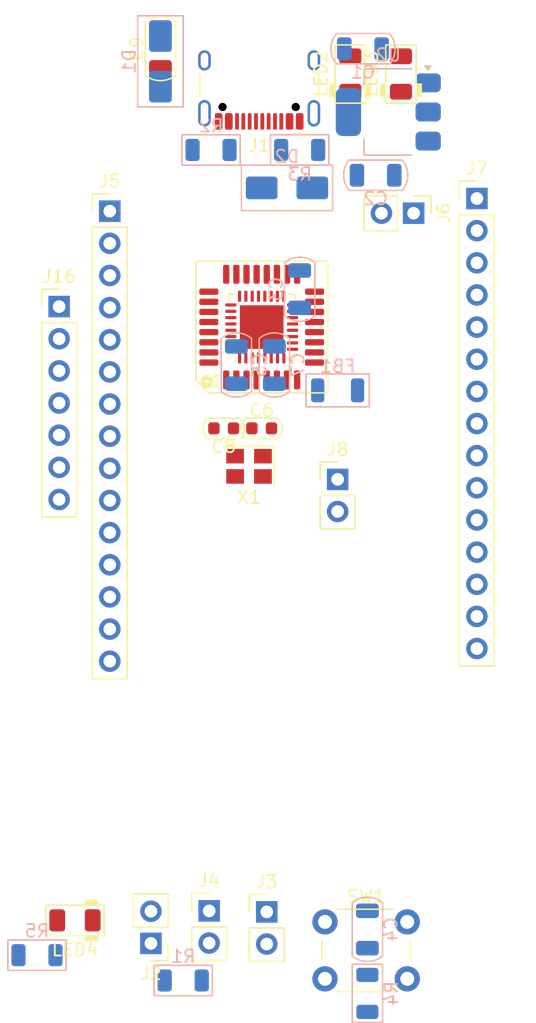
<source format=kicad_pcb>
(kicad_pcb (version 20241229) (generator "pcbnew") (generator_version "9.0")
  (layers (0 "F.Cu" signal) (2 "B.Cu" signal) (13 "F.Paste" user) (15 "B.Paste" user) (5 "F.SilkS" user "F.Silkscreen") (7 "B.SilkS" user "B.Silkscreen") (1 "F.Mask" user) (3 "B.Mask" user) (25 "Edge.Cuts" user))
  (net 0 "")
  (net 1 "VBUS")
  (net 2 "GND")
  (net 3 "Net-(J6-Pin_2)")
  (net 4 "+3.3V")
  (net 5 "/NRST")
  (net 6 "/PC14")
  (net 7 "VDDA")
  (net 8 "/PC15")
  (net 9 "Net-(J8-Pin_1)")
  (net 11 "Net-(J1-CC1)")
  (net 13 "Net-(J1-CC2)")
  (net 14 "/BOOT0")
  (net 15 "Net-(J2-Pin_2)")
  (net 16 "/VSS2")
  (net 17 "Net-(J4-Pin_1)")
  (net 18 "/PB1")
  (net 19 "/PB7")
  (net 20 "/PA9")
  (net 21 "/PB6")
  (net 22 "/PA8")
  (net 23 "/PB4")
  (net 24 "/PB0")
  (net 25 "/PB5")
  (net 26 "/PA10")
  (net 27 "/PA7")
  (net 28 "/PA1")
  (net 29 "/PIN3_3V")
  (net 30 "/PA3")
  (net 31 "/PA2")
  (net 32 "/PA0")
  (net 33 "/PA4")
  (net 34 "/PINVDDA")
  (net 35 "/PA6")
  (net 36 "/PA5")
  (net 37 "/PB3")
  (net 38 "/SWCLK")
  (net 39 "/SWDIO")
  (net 40 "Net-(LED4-A)")
  (net 41 "/USB_DM")
  (net 42 "/USB_DP")
  (net 43 "/JTDI")
  (net 44 "/JTDO")
  (footprint "PCM_Capacitor_SMD_AKL:C_0603_1608Metric" (layer "F.Cu") (at 100 108)
    (property "Reference" "C6" (at 0 -1.43 0) (layer "F.SilkS"))
    (property "Value" "22pF" (hide yes))
    (fp_line (start -1.3 0.800002) (end 1.3 0.8) (stroke (width 0.12)) (layer "F.SilkS"))
    (fp_line (start 1.3 -0.800002) (end -1.3 -0.8) (stroke (width 0.12)) (layer "F.SilkS"))
    (fp_arc (start -1.3 0.800002) (mid -1.619939 0.000001) (end -1.3 -0.8) (stroke (width 0.12)) (layer "F.SilkS"))
    (fp_arc (start 1.3 -0.800002) (mid 1.619939 -0.000001) (end 1.3 0.8) (stroke (width 0.12)) (layer "F.SilkS"))
    (pad "1" smd roundrect (at -0.775 0) (size 0.9 0.95) (layers "F.Cu" "F.Mask" "F.Paste") (net 8 "/PC15"))
    (pad "2" smd roundrect (at 0.775 0) (size 0.9 0.95) (layers "F.Cu" "F.Mask" "F.Paste") (net 2 "GND"))
  )
  (footprint "Connector_USB:USB_C_Receptacle_HCTL_HC-TYPE-C-16P-01A" (layer "F.Cu") (at 99.8 80 180)
    (property "Reference" "J1" (at 0 -5.645 0) (layer "F.SilkS"))
    (property "Value" "USB_C_Receptacle_USB2.0_16P")
    (fp_line (start 4.7 -1.78) (end 4.7 0) (stroke (width 0.12)) (layer "F.SilkS"))
    (fp_line (start -2.8 -4.7) (end -3.6 -4.7) (stroke (width 0.12)) (layer "F.SilkS"))
    (fp_line (start -4.7 -1.78) (end -4.7 0) (stroke (width 0.12)) (layer "F.SilkS"))
    (pad "" np_thru_hole circle (at -2.89 -2.605 180) (size 0.65 0.65) (drill 0.65) (layers "*.Mask"))
    (pad "" np_thru_hole circle (at 2.89 -2.605 180) (size 0.65 0.65) (drill 0.65) (layers "*.Mask"))
    (pad "A1" smd roundrect (at -3.2 -3.745 180) (size 0.6 1.3) (layers "F.Cu" "F.Mask" "F.Paste") (net 2 "GND"))
    (pad "A4" smd roundrect (at -2.4 -3.745 180) (size 0.6 1.3) (layers "F.Cu" "F.Mask" "F.Paste") (net 1 "VBUS"))
    (pad "A5" smd roundrect (at -1.25 -3.745 180) (size 0.3 1.3) (layers "F.Cu" "F.Mask" "F.Paste") (net 11 "Net-(J1-CC1)"))
    (pad "A6" smd roundrect (at -0.25 -3.745 180) (size 0.3 1.3) (layers "F.Cu" "F.Mask" "F.Paste") (net 42 "/USB_DP"))
    (pad "A7" smd roundrect (at 0.25 -3.745 180) (size 0.3 1.3) (layers "F.Cu" "F.Mask" "F.Paste") (net 41 "/USB_DM"))
    (pad "A8" smd roundrect (at 1.25 -3.745 180) (size 0.3 1.3) (layers "F.Cu" "F.Mask" "F.Paste"))
    (pad "A9" smd roundrect (at 2.4 -3.745 180) (size 0.6 1.3) (layers "F.Cu" "F.Mask" "F.Paste") (net 1 "VBUS"))
    (pad "A12" smd roundrect (at 3.2 -3.745 180) (size 0.6 1.3) (layers "F.Cu" "F.Mask" "F.Paste") (net 2 "GND"))
    (pad "B1" smd roundrect (at 3.2 -3.745 180) (size 0.6 1.3) (layers "F.Cu" "F.Mask" "F.Paste") (net 2 "GND"))
    (pad "B4" smd roundrect (at 2.4 -3.745 180) (size 0.6 1.3) (layers "F.Cu" "F.Mask" "F.Paste") (net 1 "VBUS"))
    (pad "B5" smd roundrect (at 1.75 -3.745 180) (size 0.3 1.3) (layers "F.Cu" "F.Mask" "F.Paste") (net 13 "Net-(J1-CC2)"))
    (pad "B6" smd roundrect (at 0.75 -3.745 180) (size 0.3 1.3) (layers "F.Cu" "F.Mask" "F.Paste") (net 42 "/USB_DP"))
    (pad "B7" smd roundrect (at -0.75 -3.745 180) (size 0.3 1.3) (layers "F.Cu" "F.Mask" "F.Paste") (net 41 "/USB_DM"))
    (pad "B8" smd roundrect (at -1.75 -3.745 180) (size 0.3 1.3) (layers "F.Cu" "F.Mask" "F.Paste"))
    (pad "B9" smd roundrect (at -2.4 -3.745 180) (size 0.6 1.3) (layers "F.Cu" "F.Mask" "F.Paste") (net 1 "VBUS"))
    (pad "B12" smd roundrect (at -3.2 -3.745 180) (size 0.6 1.3) (layers "F.Cu" "F.Mask" "F.Paste") (net 2 "GND"))
    (pad "S1" thru_hole oval (at -4.32 -3.105 180) (size 1 2.1) (drill oval 0.6 1.7) (property pad_prop_heatsink) (layers "*.Cu" "*.Mask") (net 2 "GND"))
    (pad "S1" thru_hole oval (at -4.32 1.075 180) (size 1 1.6) (drill oval 0.6 1.2) (property pad_prop_heatsink) (layers "*.Cu" "*.Mask") (net 2 "GND"))
    (pad "S1" thru_hole oval (at 4.32 -3.105 180) (size 1 2.1) (drill oval 0.6 1.7) (property pad_prop_heatsink) (layers "*.Cu" "*.Mask") (net 2 "GND"))
    (pad "S1" thru_hole oval (at 4.32 1.075 180) (size 1 1.6) (drill oval 0.6 1.2) (property pad_prop_heatsink) (layers "*.Cu" "*.Mask") (net 2 "GND"))
  )
  (footprint "PCM_Capacitor_SMD_AKL:C_0603_1608Metric" (layer "F.Cu") (at 97 108 180)
    (property "Reference" "C8" (at 0 -1.43 0) (layer "F.SilkS"))
    (property "Value" "22pF" (hide yes))
    (fp_line (start 1.3 -0.800002) (end -1.3 -0.8) (stroke (width 0.12)) (layer "F.SilkS"))
    (fp_line (start -1.3 0.800002) (end 1.3 0.8) (stroke (width 0.12)) (layer "F.SilkS"))
    (fp_arc (start 1.3 -0.800002) (mid 1.619939 -0.000001) (end 1.3 0.8) (stroke (width 0.12)) (layer "F.SilkS"))
    (fp_arc (start -1.3 0.800002) (mid -1.619939 0.000001) (end -1.3 -0.8) (stroke (width 0.12)) (layer "F.SilkS"))
    (pad "1" smd roundrect (at -0.775 0 180) (size 0.9 0.95) (layers "F.Cu" "F.Mask" "F.Paste") (net 6 "/PC14"))
    (pad "2" smd roundrect (at 0.775 0 180) (size 0.9 0.95) (layers "F.Cu" "F.Mask" "F.Paste") (net 2 "GND"))
  )
  (footprint "Connector_PinHeader_2.54mm:PinHeader_1x15_P2.54mm_Vertical" (layer "F.Cu") (at 117 89.84)
    (property "Reference" "J7" (at 0 -2.38 0) (layer "F.SilkS"))
    (property "Value" "Conn_01x15")
    (fp_line (start -1.38 -1.38) (end 0 -1.38) (stroke (width 0.12)) (layer "F.SilkS"))
    (fp_line (start -1.38 0) (end -1.38 -1.38) (stroke (width 0.12)) (layer "F.SilkS"))
    (fp_line (start -1.38 1.27) (end -1.38 36.94) (stroke (width 0.12)) (layer "F.SilkS"))
    (fp_line (start -1.38 1.27) (end 1.38 1.27) (stroke (width 0.12)) (layer "F.SilkS"))
    (fp_line (start -1.38 36.94) (end 1.38 36.94) (stroke (width 0.12)) (layer "F.SilkS"))
    (fp_line (start 1.38 1.27) (end 1.38 36.94) (stroke (width 0.12)) (layer "F.SilkS"))
    (pad "1" thru_hole rect (at 0 0) (size 1.7 1.7) (drill 1) (layers "*.Cu" "*.Mask") (net 2 "GND"))
    (pad "2" thru_hole circle (at 0 2.54) (size 1.7 1.7) (drill 1) (layers "*.Cu" "*.Mask") (net 2 "GND"))
    (pad "3" thru_hole circle (at 0 5.08) (size 1.7 1.7) (drill 1) (layers "*.Cu" "*.Mask") (net 29 "/PIN3_3V"))
    (pad "4" thru_hole circle (at 0 7.62) (size 1.7 1.7) (drill 1) (layers "*.Cu" "*.Mask") (net 29 "/PIN3_3V"))
    (pad "5" thru_hole circle (at 0 10.16) (size 1.7 1.7) (drill 1) (layers "*.Cu" "*.Mask") (net 26 "/PA10"))
    (pad "6" thru_hole circle (at 0 12.7) (size 1.7 1.7) (drill 1) (layers "*.Cu" "*.Mask") (net 20 "/PA9"))
    (pad "7" thru_hole circle (at 0 15.24) (size 1.7 1.7) (drill 1) (layers "*.Cu" "*.Mask") (net 22 "/PA8"))
    (pad "8" thru_hole circle (at 0 17.78) (size 1.7 1.7) (drill 1) (layers "*.Cu" "*.Mask") (net 18 "/PB1"))
    (pad "9" thru_hole circle (at 0 20.32) (size 1.7 1.7) (drill 1) (layers "*.Cu" "*.Mask") (net 24 "/PB0"))
    (pad "10" thru_hole circle (at 0 22.86) (size 1.7 1.7) (drill 1) (layers "*.Cu" "*.Mask") (net 27 "/PA7"))
    (pad "11" thru_hole circle (at 0 25.4) (size 1.7 1.7) (drill 1) (layers "*.Cu" "*.Mask") (net 35 "/PA6"))
    (pad "12" thru_hole circle (at 0 27.94) (size 1.7 1.7) (drill 1) (layers "*.Cu" "*.Mask") (net 36 "/PA5"))
    (pad "13" thru_hole circle (at 0 30.48) (size 1.7 1.7) (drill 1) (layers "*.Cu" "*.Mask") (net 33 "/PA4"))
    (pad "14" thru_hole circle (at 0 33.02) (size 1.7 1.7) (drill 1) (layers "*.Cu" "*.Mask") (net 30 "/PA3"))
    (pad "15" thru_hole circle (at 0 35.56) (size 1.7 1.7) (drill 1) (layers "*.Cu" "*.Mask") (net 31 "/PA2"))
  )
  (footprint "PCM_LED_SMD_AKL:LED_1206_3216Metric" (layer "F.Cu") (at 85.25 146.88 180)
    (property "Reference" "LED4" (at 0 -2.32 0) (layer "F.SilkS"))
    (property "Value" "LED_1206" (hide yes))
    (fp_rect (start -1.8 1.2) (end -0.8 1.6) (stroke (width 0.12)) (fill yes) (layer "F.SilkS"))
    (fp_rect (start -1.8 -1.6) (end -0.8 -1.2) (stroke (width 0.12)) (fill yes) (layer "F.SilkS"))
    (fp_rect (start -2.3 -1.2) (end 2.3 1.2) (stroke (width 0.12)) (fill no) (layer "F.SilkS"))
    (pad "1" smd roundrect (at -1.4 0 180) (size 1.25 1.75) (layers "F.Cu" "F.Mask" "F.Paste") (roundrect_rratio 0.2) (net 2 "GND"))
    (pad "2" smd roundrect (at 1.4 0 180) (size 1.25 1.75) (layers "F.Cu" "F.Mask" "F.Paste") (roundrect_rratio 0.2) (net 40 "Net-(LED4-A)"))
  )
  (footprint "Button_Switch_THT:SW_PUSH_6mm_H7.3mm" (layer "F.Cu") (at 105 147)
    (property "Reference" "SW1" (at 3.25 -2 0) (layer "F.SilkS"))
    (property "Value" "SW_Push")
    (fp_line (start -0.25 1.5) (end -0.25 3) (stroke (width 0.12)) (layer "F.SilkS"))
    (fp_line (start 1 5.5) (end 5.5 5.5) (stroke (width 0.12)) (layer "F.SilkS"))
    (fp_line (start 5.5 -1) (end 1 -1) (stroke (width 0.12)) (layer "F.SilkS"))
    (fp_line (start 6.75 3) (end 6.75 1.5) (stroke (width 0.12)) (layer "F.SilkS"))
    (pad "1" thru_hole circle (at 0 0 90) (size 2 2) (drill 1.1) (layers "*.Cu" "*.Mask") (net 2 "GND"))
    (pad "1" thru_hole circle (at 6.5 0 90) (size 2 2) (drill 1.1) (layers "*.Cu" "*.Mask") (net 2 "GND"))
    (pad "2" thru_hole circle (at 0 4.5 90) (size 2 2) (drill 1.1) (layers "*.Cu" "*.Mask") (net 5 "/NRST"))
    (pad "2" thru_hole circle (at 6.5 4.5 90) (size 2 2) (drill 1.1) (layers "*.Cu" "*.Mask") (net 5 "/NRST"))
  )
  (footprint "Connector_PinHeader_2.54mm:PinHeader_1x15_P2.54mm_Vertical" (layer "F.Cu") (at 88 90.84)
    (property "Reference" "J5" (at 0 -2.38 0) (layer "F.SilkS"))
    (property "Value" "Conn_01x15")
    (fp_line (start -1.38 -1.38) (end 0 -1.38) (stroke (width 0.12)) (layer "F.SilkS"))
    (fp_line (start -1.38 0) (end -1.38 -1.38) (stroke (width 0.12)) (layer "F.SilkS"))
    (fp_line (start -1.38 1.27) (end -1.38 36.94) (stroke (width 0.12)) (layer "F.SilkS"))
    (fp_line (start -1.38 1.27) (end 1.38 1.27) (stroke (width 0.12)) (layer "F.SilkS"))
    (fp_line (start -1.38 36.94) (end 1.38 36.94) (stroke (width 0.12)) (layer "F.SilkS"))
    (fp_line (start 1.38 1.27) (end 1.38 36.94) (stroke (width 0.12)) (layer "F.SilkS"))
    (pad "1" thru_hole rect (at 0 0) (size 1.7 1.7) (drill 1) (layers "*.Cu" "*.Mask") (net 1 "VBUS"))
    (pad "2" thru_hole circle (at 0 2.54) (size 1.7 1.7) (drill 1) (layers "*.Cu" "*.Mask") (net 2 "GND"))
    (pad "3" thru_hole circle (at 0 5.08) (size 1.7 1.7) (drill 1) (layers "*.Cu" "*.Mask") (net 2 "GND"))
    (pad "4" thru_hole circle (at 0 7.62) (size 1.7 1.7) (drill 1) (layers "*.Cu" "*.Mask") (net 34 "/PINVDDA"))
    (pad "5" thru_hole circle (at 0 10.16) (size 1.7 1.7) (drill 1) (layers "*.Cu" "*.Mask") (net 39 "/SWDIO"))
    (pad "6" thru_hole circle (at 0 12.7) (size 1.7 1.7) (drill 1) (layers "*.Cu" "*.Mask") (net 38 "/SWCLK"))
    (pad "7" thru_hole circle (at 0 15.24) (size 1.7 1.7) (drill 1) (layers "*.Cu" "*.Mask") (net 43 "/JTDI"))
    (pad "8" thru_hole circle (at 0 17.78) (size 1.7 1.7) (drill 1) (layers "*.Cu" "*.Mask") (net 44 "/JTDO"))
    (pad "9" thru_hole circle (at 0 20.32) (size 1.7 1.7) (drill 1) (layers "*.Cu" "*.Mask") (net 23 "/PB4"))
    (pad "10" thru_hole circle (at 0 22.86) (size 1.7 1.7) (drill 1) (layers "*.Cu" "*.Mask") (net 25 "/PB5"))
    (pad "11" thru_hole circle (at 0 25.4) (size 1.7 1.7) (drill 1) (layers "*.Cu" "*.Mask") (net 21 "/PB6"))
    (pad "12" thru_hole circle (at 0 27.94) (size 1.7 1.7) (drill 1) (layers "*.Cu" "*.Mask") (net 19 "/PB7"))
    (pad "13" thru_hole circle (at 0 30.48) (size 1.7 1.7) (drill 1) (layers "*.Cu" "*.Mask") (net 5 "/NRST"))
    (pad "14" thru_hole circle (at 0 33.02) (size 1.7 1.7) (drill 1) (layers "*.Cu" "*.Mask") (net 32 "/PA0"))
    (pad "15" thru_hole circle (at 0 35.56) (size 1.7 1.7) (drill 1) (layers "*.Cu" "*.Mask") (net 28 "/PA1"))
  )
  (footprint "Crystal:Crystal_SMD_SeikoEpson_TSX3225-4Pin_3.2x2.5mm" (layer "F.Cu") (at 99 111 180)
    (property "Reference" "X1" (at 0 -2.45 0) (layer "F.SilkS"))
    (property "Value" "Crystal_Generic_GND24")
    (fp_line (start -2 1.575) (end 2 1.575) (stroke (width 0.12)) (layer "F.SilkS"))
    (fp_line (start -2 -1.575) (end -2 1.575) (stroke (width 0.12)) (layer "F.SilkS"))
    (pad "1" smd rect (at -1.1 0.8 180) (size 1.4 1.15) (layers "F.Cu" "F.Mask" "F.Paste") (net 8 "/PC15"))
    (pad "2" smd rect (at 1.1 0.8 180) (size 1.4 1.15) (layers "F.Cu" "F.Mask" "F.Paste") (net 2 "GND"))
    (pad "3" smd rect (at 1.1 -0.8 180) (size 1.4 1.15) (layers "F.Cu" "F.Mask" "F.Paste") (net 6 "/PC14"))
    (pad "4" smd rect (at -1.1 -0.8 180) (size 1.4 1.15) (layers "F.Cu" "F.Mask" "F.Paste") (net 2 "GND"))
  )
  (footprint "PCM_LED_SMD_AKL:LED_1206_3216Metric" (layer "F.Cu") (at 107 80 90)
    (property "Reference" "LED2" (at 0 -2.32 90) (layer "F.SilkS"))
    (property "Value" "LED_1206" (hide yes))
    (fp_rect (start -1.8 -1.6) (end -0.8 -1.2) (stroke (width 0.12)) (fill yes) (layer "F.SilkS"))
    (fp_rect (start -2.3 -1.2) (end 2.3 1.2) (stroke (width 0.12)) (fill no) (layer "F.SilkS"))
    (fp_rect (start -1.8 1.2) (end -0.8 1.6) (stroke (width 0.12)) (fill yes) (layer "F.SilkS"))
    (pad "1" smd roundrect (at -1.4 0 90) (size 1.25 1.75) (layers "F.Cu" "F.Mask" "F.Paste") (roundrect_rratio 0.2) (net 2 "GND"))
    (pad "2" smd roundrect (at 1.4 0 90) (size 1.25 1.75) (layers "F.Cu" "F.Mask" "F.Paste") (roundrect_rratio 0.2) (net 1 "VBUS"))
  )
  (footprint "Connector_PinHeader_2.54mm:PinHeader_1x02_P2.54mm_Vertical" (layer "F.Cu") (at 106 112.03)
    (property "Reference" "J8" (at 0 -2.38 0) (layer "F.SilkS"))
    (property "Value" "Conn_01x02")
    (fp_line (start -1.38 -1.38) (end 0 -1.38) (stroke (width 0.12)) (layer "F.SilkS"))
    (fp_line (start -1.38 0) (end -1.38 -1.38) (stroke (width 0.12)) (layer "F.SilkS"))
    (fp_line (start -1.38 1.27) (end -1.38 3.92) (stroke (width 0.12)) (layer "F.SilkS"))
    (fp_line (start -1.38 1.27) (end 1.38 1.27) (stroke (width 0.12)) (layer "F.SilkS"))
    (fp_line (start -1.38 3.92) (end 1.38 3.92) (stroke (width 0.12)) (layer "F.SilkS"))
    (fp_line (start 1.38 1.27) (end 1.38 3.92) (stroke (width 0.12)) (layer "F.SilkS"))
    (pad "1" thru_hole rect (at 0 0) (size 1.7 1.7) (drill 1) (layers "*.Cu" "*.Mask") (net 9 "Net-(J8-Pin_1)"))
    (pad "2" thru_hole circle (at 0 2.54) (size 1.7 1.7) (drill 1) (layers "*.Cu" "*.Mask") (net 4 "+3.3V"))
  )
  (footprint "PCM_LED_SMD_AKL:LED_1206_3216Metric" (layer "F.Cu") (at 111 80 90)
    (property "Reference" "LED3" (at 0 -2.32 90) (layer "F.SilkS"))
    (property "Value" "LED_1206" (hide yes))
    (fp_rect (start -1.8 -1.6) (end -0.8 -1.2) (stroke (width 0.12)) (fill yes) (layer "F.SilkS"))
    (fp_rect (start -2.3 -1.2) (end 2.3 1.2) (stroke (width 0.12)) (fill no) (layer "F.SilkS"))
    (fp_rect (start -1.8 1.2) (end -0.8 1.6) (stroke (width 0.12)) (fill yes) (layer "F.SilkS"))
    (pad "1" smd roundrect (at -1.4 0 90) (size 1.25 1.75) (layers "F.Cu" "F.Mask" "F.Paste") (roundrect_rratio 0.2) (net 2 "GND"))
    (pad "2" smd roundrect (at 1.4 0 90) (size 1.25 1.75) (layers "F.Cu" "F.Mask" "F.Paste") (roundrect_rratio 0.2) (net 4 "+3.3V"))
  )
  (footprint "Library:LQFP-32_7x7mm_P0.8mm_QFN-32-1EP_5x5mm_P0.5mm_EP3.45x3.45mm" (layer "F.Cu") (at 100 100 90)
    (property "Reference" "U1" (hide yes))
    (property "Value" "STM32L432K_B-C_Ux" (hide yes))
    (fp_line (start 5.2 -5.2) (end 2.032 -5.2) (stroke (width 0.12)) (layer "F.SilkS"))
    (fp_line (start 2.032 -5.2) (end -4.191 -5.2) (stroke (width 0.12)) (layer "F.SilkS"))
    (fp_line (start -4.191 -5.2) (end -5.2 -4.191) (stroke (width 0.12)) (layer "F.SilkS"))
    (fp_line (start -5.2 -4.191) (end -5.2 5.2) (stroke (width 0.12)) (layer "F.SilkS"))
    (fp_line (start 2.61 -2.61) (end 2.61 -2.135) (stroke (width 0.12)) (layer "F.SilkS"))
    (fp_line (start 2.135 -2.61) (end 2.61 -2.61) (stroke (width 0.12)) (layer "F.SilkS"))
    (fp_line (start -2.135 -2.61) (end -2.61 -2.61) (stroke (width 0.12)) (layer "F.SilkS"))
    (fp_line (start 2.61 2.61) (end 2.61 2.135) (stroke (width 0.12)) (layer "F.SilkS"))
    (fp_line (start 2.135 2.61) (end 2.61 2.61) (stroke (width 0.12)) (layer "F.SilkS"))
    (fp_line (start -2.135 2.61) (end -2.61 2.61) (stroke (width 0.12)) (layer "F.SilkS"))
    (fp_line (start -2.61 2.61) (end -2.61 2.135) (stroke (width 0.12)) (layer "F.SilkS"))
    (fp_line (start 5.2 5.2) (end 5.2 -5.2) (stroke (width 0.12)) (layer "F.SilkS"))
    (fp_line (start -5.2 5.2) (end 5.2 5.2) (stroke (width 0.12)) (layer "F.SilkS"))
    (fp_circle (center -4.318 -4.318) (end -4.191 -4.318) (stroke (width 0.4)) (fill no) (layer "F.SilkS"))
    (fp_text user "1" (at -4.318 -3.556 0) (layer "F.SilkS"))
    (pad "1" smd roundrect (at -4.175 -2.8 90) (size 1.5 0.5) (layers "F.Cu" "F.Mask" "F.Paste") (net 4 "+3.3V"))
    (pad "1" smd roundrect (at -2.4375 -1.75 90) (size 0.875 0.25) (layers "F.Cu" "F.Mask" "F.Paste") (net 4 "+3.3V"))
    (pad "2" smd roundrect (at -4.175 -2 90) (size 1.5 0.5) (layers "F.Cu" "F.Mask" "F.Paste") (net 6 "/PC14"))
    (pad "2" smd roundrect (at -2.4375 -1.25 90) (size 0.875 0.25) (layers "F.Cu" "F.Mask" "F.Paste") (net 6 "/PC14"))
    (pad "3" smd roundrect (at -4.175 -1.2 90) (size 1.5 0.5) (layers "F.Cu" "F.Mask" "F.Paste") (net 8 "/PC15"))
    (pad "3" smd roundrect (at -2.4375 -0.75 90) (size 0.875 0.25) (layers "F.Cu" "F.Mask" "F.Paste") (net 8 "/PC15"))
    (pad "4" smd roundrect (at -4.175 -0.4 90) (size 1.5 0.5) (layers "F.Cu" "F.Mask" "F.Paste") (net 5 "/NRST"))
    (pad "4" smd roundrect (at -2.4375 -0.25 90) (size 0.875 0.25) (layers "F.Cu" "F.Mask" "F.Paste") (net 5 "/NRST"))
    (pad "5" smd roundrect (at -4.175 0.4 90) (size 1.5 0.5) (layers "F.Cu" "F.Mask" "F.Paste") (net 7 "VDDA"))
    (pad "5" smd roundrect (at -2.4375 0.25 90) (size 0.875 0.25) (layers "F.Cu" "F.Mask" "F.Paste") (net 7 "VDDA"))
    (pad "6" smd roundrect (at -4.175 1.2 90) (size 1.5 0.5) (layers "F.Cu" "F.Mask" "F.Paste") (net 32 "/PA0"))
    (pad "6" smd roundrect (at -2.4375 0.75 90) (size 0.875 0.25) (layers "F.Cu" "F.Mask" "F.Paste") (net 32 "/PA0"))
    (pad "7" smd roundrect (at -4.175 2 90) (size 1.5 0.5) (layers "F.Cu" "F.Mask" "F.Paste") (net 28 "/PA1"))
    (pad "7" smd roundrect (at -2.4375 1.25 90) (size 0.875 0.25) (layers "F.Cu" "F.Mask" "F.Paste") (net 28 "/PA1"))
    (pad "8" smd roundrect (at -4.175 2.8 90) (size 1.5 0.5) (layers "F.Cu" "F.Mask" "F.Paste") (net 31 "/PA2"))
    (pad "8" smd roundrect (at -2.4375 1.75 90) (size 0.875 0.25) (layers "F.Cu" "F.Mask" "F.Paste") (net 31 "/PA2"))
    (pad "9" smd roundrect (at -2.8 4.175 90) (size 0.5 1.5) (layers "F.Cu" "F.Mask" "F.Paste") (net 30 "/PA3"))
    (pad "9" smd roundrect (at -1.75 2.4375 90) (size 0.25 0.875) (layers "F.Cu" "F.Mask" "F.Paste") (net 30 "/PA3"))
    (pad "10" smd roundrect (at -2 4.175 90) (size 0.5 1.5) (layers "F.Cu" "F.Mask" "F.Paste") (net 33 "/PA4"))
    (pad "10" smd roundrect (at -1.25 2.4375 90) (size 0.25 0.875) (layers "F.Cu" "F.Mask" "F.Paste") (net 33 "/PA4"))
    (pad "11" smd roundrect (at -1.2 4.175 90) (size 0.5 1.5) (layers "F.Cu" "F.Mask" "F.Paste") (net 36 "/PA5"))
    (pad "11" smd roundrect (at -0.75 2.4375 90) (size 0.25 0.875) (layers "F.Cu" "F.Mask" "F.Paste") (net 36 "/PA5"))
    (pad "12" smd roundrect (at -0.4 4.175 90) (size 0.5 1.5) (layers "F.Cu" "F.Mask" "F.Paste") (net 35 "/PA6"))
    (pad "12" smd roundrect (at -0.25 2.4375 90) (size 0.25 0.875) (layers "F.Cu" "F.Mask" "F.Paste") (net 35 "/PA6"))
    (pad "13" smd roundrect (at 0.25 2.4375 90) (size 0.25 0.875) (layers "F.Cu" "F.Mask" "F.Paste") (net 27 "/PA7"))
    (pad "13" smd roundrect (at 0.4 4.175 90) (size 0.5 1.5) (layers "F.Cu" "F.Mask" "F.Paste") (net 27 "/PA7"))
    (pad "14" smd roundrect (at 0.75 2.4375 90) (size 0.25 0.875) (layers "F.Cu" "F.Mask" "F.Paste") (net 24 "/PB0"))
    (pad "14" smd roundrect (at 1.2 4.175 90) (size 0.5 1.5) (layers "F.Cu" "F.Mask" "F.Paste") (net 24 "/PB0"))
    (pad "15" smd roundrect (at 1.25 2.4375 90) (size 0.25 0.875) (layers "F.Cu" "F.Mask" "F.Paste") (net 18 "/PB1"))
    (pad "15" smd roundrect (at 2 4.175 90) (size 0.5 1.5) (layers "F.Cu" "F.Mask" "F.Paste") (net 18 "/PB1"))
    (pad "16" smd roundrect (at 1.75 2.4375 90) (size 0.25 0.875) (layers "F.Cu" "F.Mask" "F.Paste") (net 16 "/VSS2"))
    (pad "16" smd roundrect (at 2.8 4.175 90) (size 0.5 1.5) (layers "F.Cu" "F.Mask" "F.Paste") (net 16 "/VSS2"))
    (pad "17" smd roundrect (at 2.4375 1.75 90) (size 0.875 0.25) (layers "F.Cu" "F.Mask" "F.Paste") (net 4 "+3.3V"))
    (pad "17" smd roundrect (at 4.175 2.8 90) (size 1.5 0.5) (layers "F.Cu" "F.Mask" "F.Paste") (net 4 "+3.3V"))
    (pad "18" smd roundrect (at 2.4375 1.25 90) (size 0.875 0.25) (layers "F.Cu" "F.Mask" "F.Paste") (net 22 "/PA8"))
    (pad "18" smd roundrect (at 4.175 2 90) (size 1.5 0.5) (layers "F.Cu" "F.Mask" "F.Paste") (net 22 "/PA8"))
    (pad "19" smd roundrect (at 2.4375 0.75 90) (size 0.875 0.25) (layers "F.Cu" "F.Mask" "F.Paste") (net 20 "/PA9"))
    (pad "19" smd roundrect (at 4.175 1.2 90) (size 1.5 0.5) (layers "F.Cu" "F.Mask" "F.Paste") (net 20 "/PA9"))
    (pad "20" smd roundrect (at 2.4375 0.25 90) (size 0.875 0.25) (layers "F.Cu" "F.Mask" "F.Paste") (net 26 "/PA10"))
    (pad "20" smd roundrect (at 4.175 0.4 90) (size 1.5 0.5) (layers "F.Cu" "F.Mask" "F.Paste") (net 26 "/PA10"))
    (pad "21" smd roundrect (at 2.4375 -0.25 90) (size 0.875 0.25) (layers "F.Cu" "F.Mask" "F.Paste") (net 41 "/USB_DM"))
    (pad "21" smd roundrect (at 4.175 -0.4 90) (size 1.5 0.5) (layers "F.Cu" "F.Mask" "F.Paste") (net 41 "/USB_DM"))
    (pad "22" smd roundrect (at 2.4375 -0.75 90) (size 0.875 0.25) (layers "F.Cu" "F.Mask" "F.Paste") (net 42 "/USB_DP"))
    (pad "22" smd roundrect (at 4.175 -1.2 90) (size 1.5 0.5) (layers "F.Cu" "F.Mask" "F.Paste") (net 42 "/USB_DP"))
    (pad "23" smd roundrect (at 2.4375 -1.25 90) (size 0.875 0.25) (layers "F.Cu" "F.Mask" "F.Paste") (net 39 "/SWDIO"))
    (pad "23" smd roundrect (at 4.175 -2 90) (size 1.5 0.5) (layers "F.Cu" "F.Mask" "F.Paste") (net 39 "/SWDIO"))
    (pad "24" smd roundrect (at 2.4375 -1.75 90) (size 0.875 0.25) (layers "F.Cu" "F.Mask" "F.Paste") (net 38 "/SWCLK"))
    (pad "24" smd roundrect (at 4.175 -2.8 90) (size 1.5 0.5) (layers "F.Cu" "F.Mask" "F.Paste") (net 38 "/SWCLK"))
    (pad "25" smd roundrect (at 1.75 -2.4375 90) (size 0.25 0.875) (layers "F.Cu" "F.Mask" "F.Paste") (net 43 "/JTDI"))
    (pad "25" smd roundrect (at 2.8 -4.175 90) (size 0.5 1.5) (layers "F.Cu" "F.Mask" "F.Paste") (net 43 "/JTDI"))
    (pad "26" smd roundrect (at 1.25 -2.4375 90) (size 0.25 0.875) (layers "F.Cu" "F.Mask" "F.Paste") (net 44 "/JTDO"))
    (pad "26" smd roundrect (at 2 -4.175 90) (size 0.5 1.5) (layers "F.Cu" "F.Mask" "F.Paste") (net 44 "/JTDO"))
    (pad "27" smd roundrect (at 0.75 -2.4375 90) (size 0.25 0.875) (layers "F.Cu" "F.Mask" "F.Paste") (net 23 "/PB4"))
    (pad "27" smd roundrect (at 1.2 -4.175 90) (size 0.5 1.5) (layers "F.Cu" "F.Mask" "F.Paste") (net 23 "/PB4"))
    (pad "28" smd roundrect (at 0.25 -2.4375 90) (size 0.25 0.875) (layers "F.Cu" "F.Mask" "F.Paste") (net 25 "/PB5"))
    (pad "28" smd roundrect (at 0.4 -4.175 90) (size 0.5 1.5) (layers "F.Cu" "F.Mask" "F.Paste") (net 25 "/PB5"))
    (pad "29" smd roundrect (at -0.4 -4.175 90) (size 0.5 1.5) (layers "F.Cu" "F.Mask" "F.Paste") (net 21 "/PB6"))
    (pad "29" smd roundrect (at -0.25 -2.4375 90) (size 0.25 0.875) (layers "F.Cu" "F.Mask" "F.Paste") (net 21 "/PB6"))
    (pad "30" smd roundrect (at -1.2 -4.175 90) (size 0.5 1.5) (layers "F.Cu" "F.Mask" "F.Paste") (net 19 "/PB7"))
    (pad "30" smd roundrect (at -0.75 -2.4375 90) (size 0.25 0.875) (layers "F.Cu" "F.Mask" "F.Paste") (net 19 "/PB7"))
    (pad "31" smd roundrect (at -2 -4.175 90) (size 0.5 1.5) (layers "F.Cu" "F.Mask" "F.Paste") (net 15 "Net-(J2-Pin_2)"))
    (pad "31" smd roundrect (at -1.25 -2.4375 90) (size 0.25 0.875) (layers "F.Cu" "F.Mask" "F.Paste") (net 15 "Net-(J2-Pin_2)"))
    (pad "32" smd roundrect (at -2.8 -4.175 90) (size 0.5 1.5) (layers "F.Cu" "F.Mask" "F.Paste") (net 17 "Net-(J4-Pin_1)"))
    (pad "32" smd roundrect (at -1.75 -2.4375 90) (size 0.25 0.875) (layers "F.Cu" "F.Mask" "F.Paste") (net 17 "Net-(J4-Pin_1)"))
    (pad "33" smd rect (at 0 0 90) (size 3.45 3.45) (layers "F.Cu" "F.Mask") (net 2 "GND"))
  )
  (footprint "Connector_PinHeader_2.54mm:PinHeader_1x02_P2.54mm_Vertical" (layer "F.Cu") (at 112 91 -90)
    (property "Reference" "J6" (at 0 -2.38 270) (layer "F.SilkS"))
    (property "Value" "Conn_01x02")
    (fp_line (start -1.38 3.92) (end 1.38 3.92) (stroke (width 0.12)) (layer "F.SilkS"))
    (fp_line (start -1.38 1.27) (end -1.38 3.92) (stroke (width 0.12)) (layer "F.SilkS"))
    (fp_line (start -1.38 1.27) (end 1.38 1.27) (stroke (width 0.12)) (layer "F.SilkS"))
    (fp_line (start 1.38 1.27) (end 1.38 3.92) (stroke (width 0.12)) (layer "F.SilkS"))
    (fp_line (start -1.38 0) (end -1.38 -1.38) (stroke (width 0.12)) (layer "F.SilkS"))
    (fp_line (start -1.38 -1.38) (end 0 -1.38) (stroke (width 0.12)) (layer "F.SilkS"))
    (pad "1" thru_hole rect (at 0 0 270) (size 1.7 1.7) (drill 1) (layers "*.Cu" "*.Mask") (net 4 "+3.3V"))
    (pad "2" thru_hole circle (at 0 2.54 270) (size 1.7 1.7) (drill 1) (layers "*.Cu" "*.Mask") (net 3 "Net-(J6-Pin_2)"))
  )
  (footprint "Connector_PinHeader_2.54mm:PinHeader_1x02_P2.54mm_Vertical" (layer "F.Cu") (at 100.4 146.21)
    (property "Reference" "J3" (at 0 -2.38 0) (layer "F.SilkS"))
    (property "Value" "Conn_01x02")
    (fp_line (start -1.38 -1.38) (end 0 -1.38) (stroke (width 0.12)) (layer "F.SilkS"))
    (fp_line (start -1.38 0) (end -1.38 -1.38) (stroke (width 0.12)) (layer "F.SilkS"))
    (fp_line (start -1.38 1.27) (end -1.38 3.92) (stroke (width 0.12)) (layer "F.SilkS"))
    (fp_line (start -1.38 1.27) (end 1.38 1.27) (stroke (width 0.12)) (layer "F.SilkS"))
    (fp_line (start -1.38 3.92) (end 1.38 3.92) (stroke (width 0.12)) (layer "F.SilkS"))
    (fp_line (start 1.38 1.27) (end 1.38 3.92) (stroke (width 0.12)) (layer "F.SilkS"))
    (pad "1" thru_hole rect (at 0 0) (size 1.7 1.7) (drill 1) (layers "*.Cu" "*.Mask") (net 2 "GND"))
    (pad "2" thru_hole circle (at 0 2.54) (size 1.7 1.7) (drill 1) (layers "*.Cu" "*.Mask") (net 16 "/VSS2"))
  )
  (footprint "Connector_PinHeader_2.54mm:PinHeader_1x07_P2.54mm_Vertical" (layer "F.Cu") (at 84 98.38)
    (property "Reference" "J16" (at 0 -2.38 0) (layer "F.SilkS"))
    (property "Value" "Conn_01x07")
    (fp_line (start -1.38 -1.38) (end 0 -1.38) (stroke (width 0.12)) (layer "F.SilkS"))
    (fp_line (start -1.38 0) (end -1.38 -1.38) (stroke (width 0.12)) (layer "F.SilkS"))
    (fp_line (start -1.38 1.27) (end -1.38 16.62) (stroke (width 0.12)) (layer "F.SilkS"))
    (fp_line (start -1.38 1.27) (end 1.38 1.27) (stroke (width 0.12)) (layer "F.SilkS"))
    (fp_line (start -1.38 16.62) (end 1.38 16.62) (stroke (width 0.12)) (layer "F.SilkS"))
    (fp_line (start 1.38 1.27) (end 1.38 16.62) (stroke (width 0.12)) (layer "F.SilkS"))
    (pad "1" thru_hole rect (at 0 0) (size 1.7 1.7) (drill 1) (layers "*.Cu" "*.Mask") (net 4 "+3.3V"))
    (pad "2" thru_hole circle (at 0 2.54) (size 1.7 1.7) (drill 1) (layers "*.Cu" "*.Mask") (net 39 "/SWDIO"))
    (pad "3" thru_hole circle (at 0 5.08) (size 1.7 1.7) (drill 1) (layers "*.Cu" "*.Mask") (net 38 "/SWCLK"))
    (pad "4" thru_hole circle (at 0 7.62) (size 1.7 1.7) (drill 1) (layers "*.Cu" "*.Mask") (net 2 "GND"))
    (pad "5" thru_hole circle (at 0 10.16) (size 1.7 1.7) (drill 1) (layers "*.Cu" "*.Mask") (net 5 "/NRST"))
    (pad "6" thru_hole circle (at 0 12.7) (size 1.7 1.7) (drill 1) (layers "*.Cu" "*.Mask") (net 43 "/JTDI"))
    (pad "7" thru_hole circle (at 0 15.24) (size 1.7 1.7) (drill 1) (layers "*.Cu" "*.Mask") (net 44 "/JTDO"))
  )
  (footprint "PCM_Capacitor_SMD_AKL:C_1206_3216Metric" (layer "F.Cu") (at 92 78 90)
    (property "Reference" "C9" (at 0 -1.85 90) (layer "F.SilkS"))
    (property "Value" "100nF" (hide yes))
    (fp_line (start 2.1 -1.2) (end -2.1 -1.2) (stroke (width 0.12)) (layer "F.SilkS"))
    (fp_line (start -2.1 1.2) (end 2.1 1.2) (stroke (width 0.12)) (layer "F.SilkS"))
    (fp_arc (start 2.1 -1.2) (mid 2.541962 0) (end 2.1 1.2) (stroke (width 0.12)) (layer "F.SilkS"))
    (fp_arc (start -2.1 1.2) (mid -2.526625 0) (end -2.1 -1.2) (stroke (width 0.12)) (layer "F.SilkS"))
    (pad "1" smd roundrect (at -1.475 0 90) (size 1.15 1.8) (layers "F.Cu" "F.Mask" "F.Paste") (roundrect_rratio 0.217391) (net 4 "+3.3V"))
    (pad "2" smd roundrect (at 1.475 0 90) (size 1.15 1.8) (layers "F.Cu" "F.Mask" "F.Paste") (roundrect_rratio 0.217391) (net 2 "GND"))
  )
  (footprint "Connector_PinHeader_2.54mm:PinHeader_1x02_P2.54mm_Vertical" (layer "F.Cu") (at 91.25 148.7 180)
    (property "Reference" "J2" (at 0 -2.38 180) (layer "F.SilkS"))
    (property "Value" "Conn_01x02")
    (fp_line (start 1.38 1.27) (end 1.38 3.92) (stroke (width 0.12)) (layer "F.SilkS"))
    (fp_line (start -1.38 3.92) (end 1.38 3.92) (stroke (width 0.12)) (layer "F.SilkS"))
    (fp_line (start -1.38 1.27) (end 1.38 1.27) (stroke (width 0.12)) (layer "F.SilkS"))
    (fp_line (start -1.38 1.27) (end -1.38 3.92) (stroke (width 0.12)) (layer "F.SilkS"))
    (fp_line (start -1.38 0) (end -1.38 -1.38) (stroke (width 0.12)) (layer "F.SilkS"))
    (fp_line (start -1.38 -1.38) (end 0 -1.38) (stroke (width 0.12)) (layer "F.SilkS"))
    (pad "1" thru_hole rect (at 0 0 180) (size 1.7 1.7) (drill 1) (layers "*.Cu" "*.Mask") (net 14 "/BOOT0"))
    (pad "2" thru_hole circle (at 0 2.54 180) (size 1.7 1.7) (drill 1) (layers "*.Cu" "*.Mask") (net 15 "Net-(J2-Pin_2)"))
  )
  (footprint "Connector_PinHeader_2.54mm:PinHeader_1x02_P2.54mm_Vertical" (layer "F.Cu") (at 95.85 146.13)
    (property "Reference" "J4" (at 0 -2.38 0) (layer "F.SilkS"))
    (property "Value" "Conn_01x02")
    (fp_line (start -1.38 -1.38) (end 0 -1.38) (stroke (width 0.12)) (layer "F.SilkS"))
    (fp_line (start -1.38 0) (end -1.38 -1.38) (stroke (width 0.12)) (layer "F.SilkS"))
    (fp_line (start -1.38 1.27) (end -1.38 3.92) (stroke (width 0.12)) (layer "F.SilkS"))
    (fp_line (start -1.38 1.27) (end 1.38 1.27) (stroke (width 0.12)) (layer "F.SilkS"))
    (fp_line (start -1.38 3.92) (end 1.38 3.92) (stroke (width 0.12)) (layer "F.SilkS"))
    (fp_line (start 1.38 1.27) (end 1.38 3.92) (stroke (width 0.12)) (layer "F.SilkS"))
    (pad "1" thru_hole rect (at 0 0) (size 1.7 1.7) (drill 1) (layers "*.Cu" "*.Mask") (net 17 "Net-(J4-Pin_1)"))
    (pad "2" thru_hole circle (at 0 2.54) (size 1.7 1.7) (drill 1) (layers "*.Cu" "*.Mask") (net 2 "GND"))
  )
  (footprint "PCM_Capacitor_SMD_AKL:C_1206_3216Metric" (layer "B.Cu") (at 108.35 147.6 90)
    (property "Reference" "C4" (at 0 1.85 90) (layer "B.SilkS") (effects (justify mirror)))
    (property "Value" "100nF" (hide yes))
    (fp_line (start -2.1 -1.2) (end 2.1 -1.2) (stroke (width 0.12)) (layer "B.SilkS"))
    (fp_line (start 2.1 1.2) (end -2.1 1.2) (stroke (width 0.12)) (layer "B.SilkS"))
    (fp_arc (start 2.1 -1.2) (mid 2.541962 0) (end 2.1 1.2) (stroke (width 0.12)) (layer "B.SilkS"))
    (fp_arc (start -2.1 1.2) (mid -2.526625 0) (end -2.1 -1.2) (stroke (width 0.12)) (layer "B.SilkS"))
    (pad "1" smd roundrect (at -1.475 0 90) (size 1.15 1.8) (layers "B.Cu" "B.Mask" "B.Paste") (roundrect_rratio 0.217391) (net 5 "/NRST"))
    (pad "2" smd roundrect (at 1.475 0 90) (size 1.15 1.8) (layers "B.Cu" "B.Mask" "B.Paste") (roundrect_rratio 0.217391) (net 2 "GND"))
  )
  (footprint "PCM_Capacitor_SMD_AKL:C_1206_3216Metric" (layer "B.Cu") (at 108 78)
    (property "Reference" "C1" (at 0 1.85 0) (layer "B.SilkS") (effects (justify mirror)))
    (property "Value" "10uF" (hide yes))
    (fp_line (start -2.1 -1.2) (end 2.1 -1.2) (stroke (width 0.12)) (layer "B.SilkS"))
    (fp_line (start 2.1 1.2) (end -2.1 1.2) (stroke (width 0.12)) (layer "B.SilkS"))
    (fp_arc (start -2.1 1.2) (mid -2.526625 0) (end -2.1 -1.2) (stroke (width 0.12)) (layer "B.SilkS"))
    (fp_arc (start 2.1 -1.2) (mid 2.541962 0) (end 2.1 1.2) (stroke (width 0.12)) (layer "B.SilkS"))
    (pad "1" smd roundrect (at -1.475 0) (size 1.15 1.8) (layers "B.Cu" "B.Mask" "B.Paste") (roundrect_rratio 0.217391) (net 1 "VBUS"))
    (pad "2" smd roundrect (at 1.475 0) (size 1.15 1.8) (layers "B.Cu" "B.Mask" "B.Paste") (roundrect_rratio 0.217391) (net 2 "GND"))
  )
  (footprint "PCM_Resistor_SMD_AKL:R_1206_3216Metric" (layer "B.Cu") (at 96 86 180)
    (property "Reference" "R2" (at 0 1.905 0) (layer "B.SilkS") (effects (justify mirror)))
    (property "Value" "5.1K" (hide yes))
    (fp_line (start 2.3 1.2) (end -2.3 1.2) (stroke (width 0.12)) (layer "B.SilkS"))
    (fp_line (start 2.3 -1.2) (end 2.3 1.2) (stroke (width 0.12)) (layer "B.SilkS"))
    (fp_line (start -2.3 1.2) (end -2.3 -1.2) (stroke (width 0.12)) (layer "B.SilkS"))
    (fp_line (start -2.3 -1.2) (end 2.3 -1.2) (stroke (width 0.12)) (layer "B.SilkS"))
    (pad "1" smd roundrect (at -1.4625 0 180) (size 1.125 1.75) (layers "B.Cu" "B.Mask" "B.Paste") (roundrect_rratio 0.222222) (net 13 "Net-(J1-CC2)"))
    (pad "2" smd roundrect (at 1.4625 0 180) (size 1.125 1.75) (layers "B.Cu" "B.Mask" "B.Paste") (roundrect_rratio 0.222222) (net 2 "GND"))
  )
  (footprint "PCM_Capacitor_SMD_AKL:C_1206_3216Metric" (layer "B.Cu") (at 109 88)
    (property "Reference" "C2" (at 0 1.85 0) (layer "B.SilkS") (effects (justify mirror)))
    (property "Value" "10uF" (hide yes))
    (fp_line (start -2.1 -1.2) (end 2.1 -1.2) (stroke (width 0.12)) (layer "B.SilkS"))
    (fp_line (start 2.1 1.2) (end -2.1 1.2) (stroke (width 0.12)) (layer "B.SilkS"))
    (fp_arc (start -2.1 1.2) (mid -2.526625 0) (end -2.1 -1.2) (stroke (width 0.12)) (layer "B.SilkS"))
    (fp_arc (start 2.1 -1.2) (mid 2.541962 0) (end 2.1 1.2) (stroke (width 0.12)) (layer "B.SilkS"))
    (pad "1" smd roundrect (at -1.475 0) (size 1.15 1.8) (layers "B.Cu" "B.Mask" "B.Paste") (roundrect_rratio 0.217391) (net 3 "Net-(J6-Pin_2)"))
    (pad "2" smd roundrect (at 1.475 0) (size 1.15 1.8) (layers "B.Cu" "B.Mask" "B.Paste") (roundrect_rratio 0.217391) (net 2 "GND"))
  )
  (footprint "PCM_Capacitor_SMD_AKL:C_1206_3216Metric" (layer "B.Cu") (at 98 103 90)
    (property "Reference" "C5" (at 0 1.85 90) (layer "B.SilkS") (effects (justify mirror)))
    (property "Value" "100nF" (hide yes))
    (fp_line (start -2.1 -1.2) (end 2.1 -1.2) (stroke (width 0.12)) (layer "B.SilkS"))
    (fp_line (start 2.1 1.2) (end -2.1 1.2) (stroke (width 0.12)) (layer "B.SilkS"))
    (fp_arc (start 2.1 -1.2) (mid 2.541962 0) (end 2.1 1.2) (stroke (width 0.12)) (layer "B.SilkS"))
    (fp_arc (start -2.1 1.2) (mid -2.526625 0) (end -2.1 -1.2) (stroke (width 0.12)) (layer "B.SilkS"))
    (pad "1" smd roundrect (at -1.475 0 90) (size 1.15 1.8) (layers "B.Cu" "B.Mask" "B.Paste") (roundrect_rratio 0.217391) (net 4 "+3.3V"))
    (pad "2" smd roundrect (at 1.475 0 90) (size 1.15 1.8) (layers "B.Cu" "B.Mask" "B.Paste") (roundrect_rratio 0.217391) (net 2 "GND"))
  )
  (footprint "PCM_Diode_SMD_AKL:D_SMA_TVS" (layer "B.Cu") (at 92 79 -90)
    (property "Reference" "D1" (at 0 2.4765 90) (layer "B.SilkS") (effects (justify mirror)))
    (property "Value" "SMAJ6.5CA" (hide yes))
    (fp_line (start -3.6 1.8) (end -3.6 -1.8) (stroke (width 0.12)) (layer "B.SilkS"))
    (fp_line (start 3.6 1.8) (end -3.6 1.8) (stroke (width 0.12)) (layer "B.SilkS"))
    (fp_line (start -3.6 -1.8) (end 3.6 -1.8) (stroke (width 0.12)) (layer "B.SilkS"))
    (fp_line (start 3.6 -1.8) (end 3.6 1.8) (stroke (width 0.12)) (layer "B.SilkS"))
    (pad "1" smd roundrect (at -2 0 270) (size 2.5 1.8) (layers "B.Cu" "B.Mask" "B.Paste") (roundrect_rratio 0.1388888889) (net 2 "GND"))
    (pad "2" smd roundrect (at 2 0 270) (size 2.5 1.8) (layers "B.Cu" "B.Mask" "B.Paste") (roundrect_rratio 0.1388888889) (net 1 "VBUS"))
  )
  (footprint "Package_TO_SOT_SMD:SOT-223-3_TabPin2" (layer "B.Cu") (at 110 83 180)
    (property "Reference" "U2" (at 0 4.5 0) (layer "B.SilkS") (effects (justify mirror)))
    (property "Value" "AMS1117-3.3")
    (fp_line (start 1.91 3.41) (end 1.91 2.15) (stroke (width 0.12)) (layer "B.SilkS"))
    (fp_line (start 1.91 -3.41) (end 1.91 -2.15) (stroke (width 0.12)) (layer "B.SilkS"))
    (fp_line (start -1.85 3.41) (end 1.91 3.41) (stroke (width 0.12)) (layer "B.SilkS"))
    (fp_line (start -1.85 -3.41) (end 1.91 -3.41) (stroke (width 0.12)) (layer "B.SilkS"))
    (fp_poly (pts (xy -3.13 3.31) (xy -3.37 3.64) (xy -2.89 3.64) (xy -3.13 3.31)) (stroke (width 0.12)) (fill yes) (layer "B.SilkS"))
    (pad "1" smd roundrect (at -3.15 2.3 180) (size 2 1.5) (layers "B.Cu" "B.Mask" "B.Paste") (net 2 "GND"))
    (pad "2" smd roundrect (at -3.15 0 180) (size 2 1.5) (layers "B.Cu" "B.Mask" "B.Paste") (net 3 "Net-(J6-Pin_2)"))
    (pad "2" smd roundrect (at 3.15 0 180) (size 2 3.8) (layers "B.Cu" "B.Mask" "B.Paste") (net 3 "Net-(J6-Pin_2)"))
    (pad "3" smd roundrect (at -3.15 -2.3 180) (size 2 1.5) (layers "B.Cu" "B.Mask" "B.Paste") (net 1 "VBUS"))
  )
  (footprint "PCM_Diode_SMD_AKL:D_SMA_TVS" (layer "B.Cu") (at 102 89 180)
    (property "Reference" "D2" (at 0 2.4765 0) (layer "B.SilkS") (effects (justify mirror)))
    (property "Value" "SMAJ5.0CA" (hide yes))
    (fp_line (start 3.6 1.8) (end -3.6 1.8) (stroke (width 0.12)) (layer "B.SilkS"))
    (fp_line (start 3.6 -1.8) (end 3.6 1.8) (stroke (width 0.12)) (layer "B.SilkS"))
    (fp_line (start -3.6 1.8) (end -3.6 -1.8) (stroke (width 0.12)) (layer "B.SilkS"))
    (fp_line (start -3.6 -1.8) (end 3.6 -1.8) (stroke (width 0.12)) (layer "B.SilkS"))
    (pad "1" smd roundrect (at -2 0 180) (size 2.5 1.8) (layers "B.Cu" "B.Mask" "B.Paste") (roundrect_rratio 0.1388888889) (net 2 "GND"))
    (pad "2" smd roundrect (at 2 0 180) (size 2.5 1.8) (layers "B.Cu" "B.Mask" "B.Paste") (roundrect_rratio 0.1388888889) (net 4 "+3.3V"))
  )
  (footprint "PCM_Capacitor_SMD_AKL:C_1206_3216Metric" (layer "B.Cu") (at 101 103 90)
    (property "Reference" "C7" (at 0 1.85 90) (layer "B.SilkS") (effects (justify mirror)))
    (property "Value" "100nF" (hide yes))
    (fp_line (start -2.1 -1.2) (end 2.1 -1.2) (stroke (width 0.12)) (layer "B.SilkS"))
    (fp_line (start 2.1 1.2) (end -2.1 1.2) (stroke (width 0.12)) (layer "B.SilkS"))
    (fp_arc (start 2.1 -1.2) (mid 2.541962 0) (end 2.1 1.2) (stroke (width 0.12)) (layer "B.SilkS"))
    (fp_arc (start -2.1 1.2) (mid -2.526625 0) (end -2.1 -1.2) (stroke (width 0.12)) (layer "B.SilkS"))
    (pad "1" smd roundrect (at -1.475 0 90) (size 1.15 1.8) (layers "B.Cu" "B.Mask" "B.Paste") (roundrect_rratio 0.217391) (net 7 "VDDA"))
    (pad "2" smd roundrect (at 1.475 0 90) (size 1.15 1.8) (layers "B.Cu" "B.Mask" "B.Paste") (roundrect_rratio 0.217391) (net 2 "GND"))
  )
  (footprint "PCM_Resistor_SMD_AKL:R_1206_3216Metric" (layer "B.Cu") (at 108.35 152.65 90)
    (property "Reference" "R4" (at 0 1.905 90) (layer "B.SilkS") (effects (justify mirror)))
    (property "Value" "10K" (hide yes))
    (fp_line (start 2.3 -1.2) (end 2.3 1.2) (stroke (width 0.12)) (layer "B.SilkS"))
    (fp_line (start -2.3 -1.2) (end 2.3 -1.2) (stroke (width 0.12)) (layer "B.SilkS"))
    (fp_line (start 2.3 1.2) (end -2.3 1.2) (stroke (width 0.12)) (layer "B.SilkS"))
    (fp_line (start -2.3 1.2) (end -2.3 -1.2) (stroke (width 0.12)) (layer "B.SilkS"))
    (pad "1" smd roundrect (at -1.4625 0 90) (size 1.125 1.75) (layers "B.Cu" "B.Mask" "B.Paste") (roundrect_rratio 0.222222) (net 4 "+3.3V"))
    (pad "2" smd roundrect (at 1.4625 0 90) (size 1.125 1.75) (layers "B.Cu" "B.Mask" "B.Paste") (roundrect_rratio 0.222222) (net 5 "/NRST"))
  )
  (footprint "PCM_Resistor_SMD_AKL:R_1206_3216Metric" (layer "B.Cu") (at 103 86)
    (property "Reference" "R3" (at 0 1.905 0) (layer "B.SilkS") (effects (justify mirror)))
    (property "Value" "5.1K" (hide yes))
    (fp_line (start -2.3 -1.2) (end 2.3 -1.2) (stroke (width 0.12)) (layer "B.SilkS"))
    (fp_line (start -2.3 1.2) (end -2.3 -1.2) (stroke (width 0.12)) (layer "B.SilkS"))
    (fp_line (start 2.3 -1.2) (end 2.3 1.2) (stroke (width 0.12)) (layer "B.SilkS"))
    (fp_line (start 2.3 1.2) (end -2.3 1.2) (stroke (width 0.12)) (layer "B.SilkS"))
    (pad "1" smd roundrect (at -1.4625 0) (size 1.125 1.75) (layers "B.Cu" "B.Mask" "B.Paste") (roundrect_rratio 0.222222) (net 11 "Net-(J1-CC1)"))
    (pad "2" smd roundrect (at 1.4625 0) (size 1.125 1.75) (layers "B.Cu" "B.Mask" "B.Paste") (roundrect_rratio 0.222222) (net 2 "GND"))
  )
  (footprint "PCM_Ferrite_SMD_AKL:Ferrite_1206_3216Metric" (layer "B.Cu") (at 106 105 180)
    (property "Reference" "FB1" (at 0 1.9 0) (layer "B.SilkS") (effects (justify mirror)))
    (property "Value" "600Ω100Mhz" (hide yes))
    (fp_line (start 2.5 1.3) (end -2.5 1.3) (stroke (width 0.12)) (layer "B.SilkS"))
    (fp_line (start 2.5 -1.3) (end 2.5 1.3) (stroke (width 0.12)) (layer "B.SilkS"))
    (fp_line (start -2.5 1.3) (end -2.5 -1.3) (stroke (width 0.12)) (layer "B.SilkS"))
    (fp_line (start -2.5 -1.3) (end 2.5 -1.3) (stroke (width 0.12)) (layer "B.SilkS"))
    (pad "1" smd roundrect (at -1.575 0 180) (size 1.05 1.9) (layers "B.Cu" "B.Mask" "B.Paste") (roundrect_rratio 0.238095) (net 9 "Net-(J8-Pin_1)"))
    (pad "2" smd roundrect (at 1.575 0 180) (size 1.05 1.9) (layers "B.Cu" "B.Mask" "B.Paste") (roundrect_rratio 0.238095) (net 7 "VDDA"))
  )
  (footprint "PCM_Resistor_SMD_AKL:R_1206_3216Metric" (layer "B.Cu") (at 82.25 149.63 180)
    (property "Reference" "R5" (at 0 1.905 0) (layer "B.SilkS") (effects (justify mirror)))
    (property "Value" "R_1206" (hide yes))
    (fp_line (start 2.3 1.2) (end -2.3 1.2) (stroke (width 0.12)) (layer "B.SilkS"))
    (fp_line (start 2.3 -1.2) (end 2.3 1.2) (stroke (width 0.12)) (layer "B.SilkS"))
    (fp_line (start -2.3 1.2) (end -2.3 -1.2) (stroke (width 0.12)) (layer "B.SilkS"))
    (fp_line (start -2.3 -1.2) (end 2.3 -1.2) (stroke (width 0.12)) (layer "B.SilkS"))
    (pad "1" smd roundrect (at -1.4625 0 180) (size 1.125 1.75) (layers "B.Cu" "B.Mask" "B.Paste") (roundrect_rratio 0.222222) (net 37 "/PB3"))
    (pad "2" smd roundrect (at 1.4625 0 180) (size 1.125 1.75) (layers "B.Cu" "B.Mask" "B.Paste") (roundrect_rratio 0.222222) (net 40 "Net-(LED4-A)"))
  )
  (footprint "PCM_Resistor_SMD_AKL:R_1206_3216Metric" (layer "B.Cu") (at 93.8 151.63 180)
    (property "Reference" "R1" (at 0 1.905 0) (layer "B.SilkS") (effects (justify mirror)))
    (property "Value" "5.1K" (hide yes))
    (fp_line (start 2.3 1.2) (end -2.3 1.2) (stroke (width 0.12)) (layer "B.SilkS"))
    (fp_line (start 2.3 -1.2) (end 2.3 1.2) (stroke (width 0.12)) (layer "B.SilkS"))
    (fp_line (start -2.3 1.2) (end -2.3 -1.2) (stroke (width 0.12)) (layer "B.SilkS"))
    (fp_line (start -2.3 -1.2) (end 2.3 -1.2) (stroke (width 0.12)) (layer "B.SilkS"))
    (pad "1" smd roundrect (at -1.4625 0 180) (size 1.125 1.75) (layers "B.Cu" "B.Mask" "B.Paste") (roundrect_rratio 0.222222) (net 2 "GND"))
    (pad "2" smd roundrect (at 1.4625 0 180) (size 1.125 1.75) (layers "B.Cu" "B.Mask" "B.Paste") (roundrect_rratio 0.222222) (net 14 "/BOOT0"))
  )
  (footprint "PCM_Capacitor_SMD_AKL:C_1206_3216Metric" (layer "B.Cu") (at 103 97 -90)
    (property "Reference" "C3" (at 0 1.85 90) (layer "B.SilkS") (effects (justify mirror)))
    (property "Value" "100nF" (hide yes))
    (fp_line (start 2.1 1.2) (end -2.1 1.2) (stroke (width 0.12)) (layer "B.SilkS"))
    (fp_line (start -2.1 -1.2) (end 2.1 -1.2) (stroke (width 0.12)) (layer "B.SilkS"))
    (fp_arc (start -2.1 1.2) (mid -2.526625 0) (end -2.1 -1.2) (stroke (width 0.12)) (layer "B.SilkS"))
    (fp_arc (start 2.1 -1.2) (mid 2.541962 0) (end 2.1 1.2) (stroke (width 0.12)) (layer "B.SilkS"))
    (pad "1" smd roundrect (at -1.475 0 270) (size 1.15 1.8) (layers "B.Cu" "B.Mask" "B.Paste") (roundrect_rratio 0.217391) (net 4 "+3.3V"))
    (pad "2" smd roundrect (at 1.475 0 270) (size 1.15 1.8) (layers "B.Cu" "B.Mask" "B.Paste") (roundrect_rratio 0.217391) (net 2 "GND"))
  )
)
</source>
